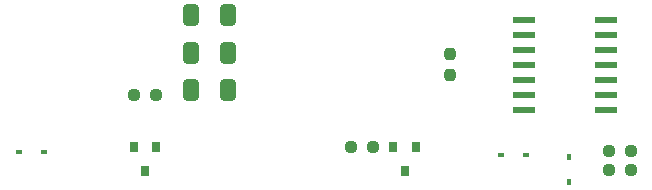
<source format=gbp>
%TF.GenerationSoftware,KiCad,Pcbnew,(6.0.8)*%
%TF.CreationDate,2023-02-20T09:44:42-06:00*%
%TF.ProjectId,PumpTimerV2,50756d70-5469-46d6-9572-56322e6b6963,rev?*%
%TF.SameCoordinates,Original*%
%TF.FileFunction,Paste,Bot*%
%TF.FilePolarity,Positive*%
%FSLAX46Y46*%
G04 Gerber Fmt 4.6, Leading zero omitted, Abs format (unit mm)*
G04 Created by KiCad (PCBNEW (6.0.8)) date 2023-02-20 09:44:42*
%MOMM*%
%LPD*%
G01*
G04 APERTURE LIST*
G04 Aperture macros list*
%AMRoundRect*
0 Rectangle with rounded corners*
0 $1 Rounding radius*
0 $2 $3 $4 $5 $6 $7 $8 $9 X,Y pos of 4 corners*
0 Add a 4 corners polygon primitive as box body*
4,1,4,$2,$3,$4,$5,$6,$7,$8,$9,$2,$3,0*
0 Add four circle primitives for the rounded corners*
1,1,$1+$1,$2,$3*
1,1,$1+$1,$4,$5*
1,1,$1+$1,$6,$7*
1,1,$1+$1,$8,$9*
0 Add four rect primitives between the rounded corners*
20,1,$1+$1,$2,$3,$4,$5,0*
20,1,$1+$1,$4,$5,$6,$7,0*
20,1,$1+$1,$6,$7,$8,$9,0*
20,1,$1+$1,$8,$9,$2,$3,0*%
G04 Aperture macros list end*
%ADD10R,0.600000X0.450000*%
%ADD11R,0.800000X0.900000*%
%ADD12RoundRect,0.237500X-0.250000X-0.237500X0.250000X-0.237500X0.250000X0.237500X-0.250000X0.237500X0*%
%ADD13RoundRect,0.237500X0.250000X0.237500X-0.250000X0.237500X-0.250000X-0.237500X0.250000X-0.237500X0*%
%ADD14R,1.970000X0.610000*%
%ADD15RoundRect,0.249997X-0.412503X-0.650003X0.412503X-0.650003X0.412503X0.650003X-0.412503X0.650003X0*%
%ADD16RoundRect,0.237500X-0.237500X0.250000X-0.237500X-0.250000X0.237500X-0.250000X0.237500X0.250000X0*%
%ADD17R,0.450000X0.600000*%
%ADD18RoundRect,0.250000X-0.412500X-0.650000X0.412500X-0.650000X0.412500X0.650000X-0.412500X0.650000X0*%
G04 APERTURE END LIST*
D10*
%TO.C,D1*%
X51150000Y-84300000D03*
X53250000Y-84300000D03*
%TD*%
%TO.C,D2*%
X94050000Y-84600000D03*
X91950000Y-84600000D03*
%TD*%
D11*
%TO.C,Q1*%
X82850000Y-83900000D03*
X84750000Y-83900000D03*
X83800000Y-85900000D03*
%TD*%
%TO.C,Q2*%
X60850000Y-83900000D03*
X62750000Y-83900000D03*
X61800000Y-85900000D03*
%TD*%
D12*
%TO.C,R1*%
X79287500Y-83900000D03*
X81112500Y-83900000D03*
%TD*%
D13*
%TO.C,R3*%
X102939300Y-85819200D03*
X101114300Y-85819200D03*
%TD*%
%TO.C,R4*%
X102939300Y-84193600D03*
X101114300Y-84193600D03*
%TD*%
D14*
%TO.C,U1*%
X93900000Y-80800000D03*
X93900000Y-79530000D03*
X93900000Y-78260000D03*
X93900000Y-76990000D03*
X93900000Y-75720000D03*
X93900000Y-74450000D03*
X93900000Y-73180000D03*
X100830000Y-73180000D03*
X100830000Y-74450000D03*
X100830000Y-75720000D03*
X100830000Y-76990000D03*
X100830000Y-78260000D03*
X100830000Y-79530000D03*
X100830000Y-80800000D03*
%TD*%
D15*
%TO.C,C1*%
X65737500Y-72700000D03*
X68862500Y-72700000D03*
%TD*%
D13*
%TO.C,R2*%
X62712500Y-79500000D03*
X60887500Y-79500000D03*
%TD*%
D16*
%TO.C,R5*%
X87599600Y-75991300D03*
X87599600Y-77816300D03*
%TD*%
D17*
%TO.C,D3*%
X97750000Y-86850000D03*
X97750000Y-84750000D03*
%TD*%
D18*
%TO.C,C3*%
X65737500Y-79100000D03*
X68862500Y-79100000D03*
%TD*%
%TO.C,C2*%
X65737500Y-75900000D03*
X68862500Y-75900000D03*
%TD*%
M02*

</source>
